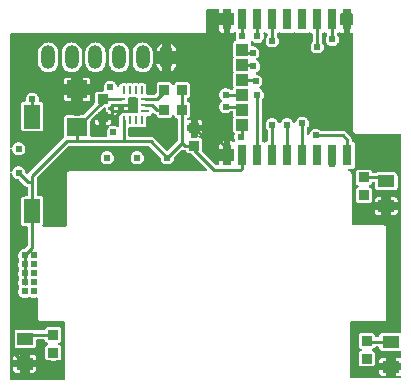
<source format=gtl>
G04 Layer: TopLayer*
G04 EasyEDA v6.5.40, 2024-06-15 16:39:10*
G04 e63031535b224d068feaf967c7116de5,10*
G04 Gerber Generator version 0.2*
G04 Scale: 100 percent, Rotated: No, Reflected: No *
G04 Dimensions in millimeters *
G04 leading zeros omitted , absolute positions ,4 integer and 5 decimal *
%FSLAX45Y45*%
%MOMM*%

%AMMACRO1*21,1,$1,$2,0,0,$3*%
%ADD10C,0.2540*%
%ADD11MACRO1,1.728X1.485X0.0000*%
%ADD12R,1.7280X1.4850*%
%ADD13R,1.3995X1.0000*%
%ADD14MACRO1,0.864X0.8065X0.0000*%
%ADD15R,0.8640X0.8065*%
%ADD16MACRO1,0.864X0.8065X90.0000*%
%ADD17R,1.3800X2.0000*%
%ADD18R,0.8000X1.8000*%
%ADD19R,1.0000X1.0000*%
%ADD20R,0.2800X0.6750*%
%ADD21R,0.6750X0.2800*%
%ADD22O,1.1999976X1.9999959999999999*%
%ADD23C,0.6200*%
%ADD24C,0.0142*%

%LPD*%
G36*
X8263178Y6528307D02*
G01*
X8259267Y6529070D01*
X8255965Y6531305D01*
X8253780Y6534556D01*
X8253018Y6538468D01*
X8253018Y6663334D01*
X8253780Y6667246D01*
X8255965Y6670548D01*
X8302752Y6717334D01*
X8306053Y6719519D01*
X8309965Y6720281D01*
X8328659Y6720281D01*
X8328659Y6738975D01*
X8329422Y6742887D01*
X8331606Y6746189D01*
X8360664Y6775196D01*
X8363966Y6777431D01*
X8367877Y6778193D01*
X8374380Y6778193D01*
X8378291Y6777431D01*
X8381593Y6775196D01*
X8383778Y6771944D01*
X8384540Y6768033D01*
X8384540Y6720281D01*
X8425688Y6720281D01*
X8425688Y6733540D01*
X8424976Y6739839D01*
X8423097Y6745325D01*
X8419998Y6750202D01*
X8415934Y6754317D01*
X8411006Y6757365D01*
X8404961Y6759498D01*
X8401405Y6761632D01*
X8398967Y6765036D01*
X8398154Y6769100D01*
X8398967Y6773164D01*
X8401405Y6776567D01*
X8404961Y6778701D01*
X8411006Y6780834D01*
X8415934Y6783882D01*
X8419998Y6787997D01*
X8423097Y6792874D01*
X8425281Y6799122D01*
X8427415Y6802678D01*
X8430818Y6805066D01*
X8434882Y6805930D01*
X8466378Y6805930D01*
X8469833Y6805320D01*
X8476183Y6804609D01*
X8542528Y6804609D01*
X8548878Y6805320D01*
X8554516Y6807301D01*
X8557869Y6807860D01*
X8568994Y6807962D01*
X8568283Y6814261D01*
X8567064Y6819493D01*
X8568283Y6824776D01*
X8568994Y6831075D01*
X8568994Y6850888D01*
X8569807Y6854799D01*
X8571992Y6858101D01*
X8575294Y6860286D01*
X8579154Y6861048D01*
X8599017Y6861048D01*
X8605367Y6861759D01*
X8610600Y6862978D01*
X8615832Y6861759D01*
X8622182Y6861048D01*
X8642045Y6861048D01*
X8645906Y6860286D01*
X8649208Y6858101D01*
X8651392Y6854799D01*
X8652205Y6850888D01*
X8652205Y6831075D01*
X8652916Y6824776D01*
X8654135Y6819493D01*
X8652916Y6814261D01*
X8652205Y6807962D01*
X8652205Y6781088D01*
X8652916Y6774738D01*
X8654135Y6769506D01*
X8652916Y6764274D01*
X8652205Y6757924D01*
X8652205Y6738112D01*
X8651392Y6734251D01*
X8649208Y6730949D01*
X8645906Y6728764D01*
X8642045Y6727952D01*
X8622182Y6727952D01*
X8615832Y6727240D01*
X8610600Y6726021D01*
X8605367Y6727240D01*
X8599017Y6727952D01*
X8579154Y6727952D01*
X8575141Y6728815D01*
X8571788Y6731152D01*
X8529828Y6731152D01*
X8526932Y6729018D01*
X8523427Y6728002D01*
X8515807Y6727240D01*
X8510371Y6725361D01*
X8505494Y6722262D01*
X8503462Y6720230D01*
X8500160Y6718046D01*
X8496300Y6717284D01*
X8492388Y6718046D01*
X8489086Y6720230D01*
X8486902Y6723532D01*
X8486140Y6727444D01*
X8486140Y6731152D01*
X8449716Y6731152D01*
X8450427Y6724751D01*
X8452307Y6719316D01*
X8455406Y6714388D01*
X8459470Y6710324D01*
X8464397Y6707225D01*
X8469833Y6705295D01*
X8476183Y6704584D01*
X8485530Y6704584D01*
X8489442Y6703822D01*
X8492693Y6701637D01*
X8494928Y6698335D01*
X8495690Y6694424D01*
X8495690Y6635140D01*
X8497011Y6625437D01*
X8497011Y6618478D01*
X8495995Y6614109D01*
X8493252Y6610603D01*
X8489289Y6608622D01*
X8484870Y6608470D01*
X8480806Y6610299D01*
X8475319Y6614312D01*
X8466683Y6618681D01*
X8457488Y6621475D01*
X8447938Y6622745D01*
X8438286Y6622288D01*
X8429548Y6620408D01*
X8425281Y6620408D01*
X8421370Y6622186D01*
X8418525Y6625386D01*
X8417255Y6629450D01*
X8417814Y6633667D01*
X8423097Y6642252D01*
X8424976Y6647688D01*
X8425688Y6654038D01*
X8425688Y6667246D01*
X8384540Y6667246D01*
X8384540Y6627520D01*
X8399221Y6627520D01*
X8402167Y6627875D01*
X8406384Y6627469D01*
X8410092Y6625336D01*
X8412581Y6621881D01*
X8413445Y6617716D01*
X8412530Y6613550D01*
X8409990Y6610146D01*
X8404453Y6605270D01*
X8398357Y6597751D01*
X8393684Y6589318D01*
X8390483Y6580225D01*
X8388858Y6570725D01*
X8388858Y6561074D01*
X8390483Y6551574D01*
X8393887Y6541871D01*
X8394446Y6538061D01*
X8393582Y6534302D01*
X8391347Y6531152D01*
X8388096Y6529019D01*
X8384336Y6528307D01*
G37*

%LPC*%
G36*
X8313978Y6627520D02*
G01*
X8328659Y6627520D01*
X8328659Y6667246D01*
X8287512Y6667246D01*
X8287512Y6654038D01*
X8288223Y6647688D01*
X8290102Y6642252D01*
X8293201Y6637324D01*
X8297265Y6633260D01*
X8302193Y6630162D01*
X8307628Y6628231D01*
G37*
G36*
X8532571Y6757873D02*
G01*
X8568994Y6757873D01*
X8568283Y6764274D01*
X8567064Y6769506D01*
X8568283Y6774738D01*
X8568994Y6781139D01*
X8532571Y6781139D01*
G37*
G36*
X8449716Y6757873D02*
G01*
X8486140Y6757873D01*
X8486140Y6781139D01*
X8449716Y6781139D01*
X8450427Y6774738D01*
X8451646Y6769506D01*
X8450427Y6764274D01*
G37*

%LPD*%
G36*
X8902700Y6408826D02*
G01*
X8898788Y6409588D01*
X8895537Y6411772D01*
X8790635Y6516624D01*
X8784437Y6521754D01*
X8777732Y6525310D01*
X8770518Y6527495D01*
X8762492Y6528307D01*
X8584387Y6528307D01*
X8580475Y6529070D01*
X8577173Y6531305D01*
X8574989Y6534556D01*
X8574227Y6538468D01*
X8574227Y6598513D01*
X8574989Y6602374D01*
X8577173Y6605676D01*
X8580475Y6607860D01*
X8584387Y6608673D01*
X8599017Y6608673D01*
X8605367Y6609384D01*
X8610600Y6610603D01*
X8615832Y6609384D01*
X8622182Y6608673D01*
X8649055Y6608673D01*
X8655354Y6609384D01*
X8660587Y6610603D01*
X8665870Y6609384D01*
X8672169Y6608673D01*
X8699042Y6608673D01*
X8705342Y6609384D01*
X8710828Y6611264D01*
X8715705Y6614363D01*
X8719820Y6618427D01*
X8722868Y6623354D01*
X8724798Y6628790D01*
X8725509Y6635140D01*
X8725509Y6694424D01*
X8726271Y6698335D01*
X8728506Y6701637D01*
X8731758Y6703822D01*
X8735669Y6704584D01*
X8745016Y6704584D01*
X8751366Y6705295D01*
X8756802Y6707225D01*
X8761730Y6710324D01*
X8765794Y6714388D01*
X8768892Y6719316D01*
X8770670Y6724497D01*
X8772652Y6727850D01*
X8775700Y6730187D01*
X8779459Y6731253D01*
X8783320Y6730796D01*
X8786723Y6728968D01*
X8792362Y6724345D01*
X8799068Y6720789D01*
X8805164Y6718909D01*
X8808669Y6717080D01*
X8811158Y6714083D01*
X8812326Y6710324D01*
X8812631Y6707428D01*
X8814562Y6701993D01*
X8817660Y6697065D01*
X8821724Y6693001D01*
X8826652Y6689902D01*
X8832088Y6688023D01*
X8838438Y6687312D01*
X8917940Y6687312D01*
X8924239Y6688023D01*
X8929725Y6689902D01*
X8934602Y6693001D01*
X8938717Y6697065D01*
X8941765Y6701993D01*
X8943898Y6708038D01*
X8946032Y6711594D01*
X8949436Y6714032D01*
X8953500Y6714845D01*
X8957564Y6714032D01*
X8960967Y6711594D01*
X8963101Y6708038D01*
X8965234Y6701993D01*
X8968282Y6697065D01*
X8972397Y6693001D01*
X8977274Y6689902D01*
X8983421Y6687769D01*
X8986977Y6685635D01*
X8989364Y6682231D01*
X8990228Y6678168D01*
X8990228Y6496354D01*
X8989466Y6492443D01*
X8987231Y6489141D01*
X8909862Y6411772D01*
X8906611Y6409588D01*
G37*

%LPD*%
G36*
X7716520Y6210300D02*
G01*
X7712811Y6211163D01*
X7709712Y6213297D01*
X7705090Y6217869D01*
X7703058Y6220815D01*
X7702143Y6224219D01*
X7701432Y6232601D01*
X7699044Y6241948D01*
X7695031Y6250736D01*
X7689646Y6258712D01*
X7682992Y6265672D01*
X7675219Y6271412D01*
X7666583Y6275781D01*
X7657388Y6278575D01*
X7647838Y6279845D01*
X7638186Y6279388D01*
X7628737Y6277356D01*
X7619796Y6273800D01*
X7611567Y6268720D01*
X7604353Y6262370D01*
X7598257Y6254851D01*
X7593584Y6246418D01*
X7590383Y6237325D01*
X7589875Y6234531D01*
X7588300Y6230569D01*
X7585202Y6227572D01*
X7581138Y6226149D01*
X7576870Y6226505D01*
X7573162Y6228638D01*
X7570622Y6232042D01*
X7569708Y6236258D01*
X7569708Y6412941D01*
X7570622Y6417157D01*
X7573162Y6420561D01*
X7576870Y6422694D01*
X7581138Y6423050D01*
X7585202Y6421628D01*
X7588300Y6418630D01*
X7589875Y6414668D01*
X7590383Y6411874D01*
X7593584Y6402781D01*
X7598257Y6394348D01*
X7604353Y6386830D01*
X7611567Y6380480D01*
X7619796Y6375400D01*
X7628737Y6371844D01*
X7638186Y6369812D01*
X7647838Y6369354D01*
X7657388Y6370624D01*
X7666583Y6373418D01*
X7675219Y6377787D01*
X7682992Y6383528D01*
X7689646Y6390487D01*
X7695031Y6398463D01*
X7699044Y6407251D01*
X7701432Y6416598D01*
X7702296Y6426200D01*
X7701432Y6435801D01*
X7699044Y6445148D01*
X7695031Y6453936D01*
X7689646Y6461912D01*
X7682992Y6468872D01*
X7675219Y6474612D01*
X7666583Y6478981D01*
X7657388Y6481775D01*
X7647838Y6483045D01*
X7638186Y6482588D01*
X7628737Y6480556D01*
X7619796Y6477000D01*
X7611567Y6471920D01*
X7604353Y6465570D01*
X7598257Y6458051D01*
X7593584Y6449618D01*
X7590383Y6440525D01*
X7589875Y6437731D01*
X7588300Y6433769D01*
X7585202Y6430772D01*
X7581138Y6429349D01*
X7576870Y6429705D01*
X7573162Y6431838D01*
X7570622Y6435242D01*
X7569708Y6439458D01*
X7569708Y7393431D01*
X7570470Y7397343D01*
X7572705Y7400594D01*
X7575956Y7402830D01*
X7579868Y7403592D01*
X9206890Y7403592D01*
X9213392Y7404404D01*
X9218930Y7406487D01*
X9224060Y7410043D01*
X9227108Y7413040D01*
X9229750Y7416647D01*
X9232239Y7422184D01*
X9233408Y7429652D01*
X9233408Y7596631D01*
X9234170Y7600543D01*
X9236405Y7603794D01*
X9239656Y7606030D01*
X9243568Y7606792D01*
X9334652Y7606792D01*
X9338513Y7606030D01*
X9341815Y7603794D01*
X9343999Y7600543D01*
X9344812Y7596631D01*
X9344812Y7573264D01*
X9384334Y7573264D01*
X9384334Y7596631D01*
X9385147Y7600543D01*
X9387332Y7603794D01*
X9390634Y7606030D01*
X9394494Y7606792D01*
X9426905Y7606792D01*
X9430766Y7606030D01*
X9434068Y7603794D01*
X9436303Y7600543D01*
X9437065Y7596631D01*
X9437065Y7573264D01*
X9461652Y7573264D01*
X9465513Y7572451D01*
X9468815Y7570266D01*
X9470999Y7566964D01*
X9471812Y7563103D01*
X9471812Y7480706D01*
X9470999Y7476845D01*
X9468815Y7473543D01*
X9465513Y7471308D01*
X9461652Y7470546D01*
X9437065Y7470546D01*
X9437065Y7405979D01*
X9450120Y7405979D01*
X9456470Y7406690D01*
X9461906Y7408621D01*
X9470339Y7414158D01*
X9474200Y7414920D01*
X9478060Y7414209D01*
X9481362Y7412024D01*
X9482683Y7410754D01*
X9484868Y7407605D01*
X9485731Y7403896D01*
X9485172Y7400086D01*
X9482683Y7393025D01*
X9481058Y7383525D01*
X9481058Y7373874D01*
X9482683Y7364374D01*
X9485884Y7355281D01*
X9486646Y7353858D01*
X9487916Y7349642D01*
X9487306Y7345273D01*
X9484868Y7341616D01*
X9481159Y7339330D01*
X9476486Y7337704D01*
X9471609Y7334605D01*
X9467494Y7330490D01*
X9464395Y7325614D01*
X9462516Y7320127D01*
X9461804Y7313828D01*
X9461804Y7214971D01*
X9462516Y7208621D01*
X9464040Y7204252D01*
X9464598Y7200900D01*
X9464040Y7197547D01*
X9462516Y7193127D01*
X9461804Y7186828D01*
X9461804Y7087971D01*
X9462516Y7081621D01*
X9464040Y7077252D01*
X9464598Y7073900D01*
X9464040Y7070547D01*
X9462516Y7066127D01*
X9461804Y7059828D01*
X9461804Y6960971D01*
X9462516Y6954621D01*
X9464040Y6950252D01*
X9464598Y6946900D01*
X9464040Y6943547D01*
X9462516Y6939229D01*
X9461754Y6931202D01*
X9460738Y6927596D01*
X9458452Y6924649D01*
X9455302Y6922668D01*
X9451644Y6922008D01*
X9443821Y6922008D01*
X9439859Y6922820D01*
X9427819Y6931812D01*
X9419183Y6936181D01*
X9409988Y6938975D01*
X9400438Y6940245D01*
X9390786Y6939788D01*
X9381337Y6937756D01*
X9372396Y6934200D01*
X9364167Y6929120D01*
X9356953Y6922770D01*
X9350857Y6915251D01*
X9346184Y6906818D01*
X9342983Y6897725D01*
X9341358Y6888225D01*
X9341358Y6878574D01*
X9342983Y6869074D01*
X9346184Y6859981D01*
X9350857Y6851548D01*
X9356953Y6844030D01*
X9361271Y6840220D01*
X9363811Y6836765D01*
X9364726Y6832600D01*
X9363811Y6828434D01*
X9361271Y6824980D01*
X9356953Y6821170D01*
X9350857Y6813651D01*
X9346184Y6805218D01*
X9342983Y6796125D01*
X9341358Y6786625D01*
X9341358Y6776974D01*
X9342983Y6767474D01*
X9346184Y6758381D01*
X9350857Y6749948D01*
X9356953Y6742430D01*
X9364167Y6736080D01*
X9372396Y6731000D01*
X9381337Y6727444D01*
X9390786Y6725412D01*
X9400438Y6724954D01*
X9409988Y6726224D01*
X9419183Y6729018D01*
X9427819Y6733387D01*
X9439859Y6742379D01*
X9443821Y6743192D01*
X9451644Y6743192D01*
X9455505Y6742430D01*
X9458807Y6740194D01*
X9461042Y6736943D01*
X9461804Y6733031D01*
X9461804Y6706971D01*
X9462516Y6700621D01*
X9464040Y6696252D01*
X9464598Y6692900D01*
X9464040Y6689547D01*
X9462516Y6685127D01*
X9461804Y6678828D01*
X9461804Y6579971D01*
X9462516Y6573621D01*
X9464395Y6568186D01*
X9467494Y6563258D01*
X9470288Y6560464D01*
X9472422Y6557314D01*
X9473285Y6553657D01*
X9472726Y6549898D01*
X9469983Y6542125D01*
X9468358Y6532626D01*
X9468358Y6522974D01*
X9469983Y6513474D01*
X9473184Y6504381D01*
X9476384Y6498640D01*
X9477654Y6494373D01*
X9476994Y6489954D01*
X9474504Y6486296D01*
X9470694Y6484010D01*
X9466275Y6483553D01*
X9456470Y6487109D01*
X9450120Y6487820D01*
X9437065Y6487820D01*
X9437065Y6423253D01*
X9461652Y6423253D01*
X9465513Y6422491D01*
X9468815Y6420256D01*
X9470999Y6416954D01*
X9471812Y6413093D01*
X9471812Y6330696D01*
X9470999Y6326835D01*
X9468815Y6323533D01*
X9465513Y6321298D01*
X9461652Y6320536D01*
X9437065Y6320536D01*
X9437065Y6297168D01*
X9436303Y6293256D01*
X9434068Y6290005D01*
X9430766Y6287770D01*
X9426905Y6287008D01*
X9394494Y6287008D01*
X9390634Y6287770D01*
X9387332Y6290005D01*
X9385147Y6293256D01*
X9384334Y6297168D01*
X9384334Y6320536D01*
X9344812Y6320536D01*
X9344812Y6297168D01*
X9343999Y6293256D01*
X9341815Y6290005D01*
X9338513Y6287770D01*
X9334652Y6287008D01*
X9316618Y6287008D01*
X9312706Y6287770D01*
X9309404Y6290005D01*
X9202470Y6396939D01*
X9200692Y6399377D01*
X9199676Y6402222D01*
X9199575Y6405270D01*
X9200388Y6412738D01*
X9200388Y6492240D01*
X9199676Y6498539D01*
X9197797Y6504025D01*
X9194698Y6508902D01*
X9190634Y6513017D01*
X9185706Y6516065D01*
X9179661Y6518198D01*
X9176105Y6520332D01*
X9173667Y6523735D01*
X9172854Y6527800D01*
X9173667Y6531864D01*
X9176105Y6535267D01*
X9179661Y6537401D01*
X9185706Y6539534D01*
X9190634Y6542582D01*
X9194698Y6546697D01*
X9197797Y6551574D01*
X9199676Y6557060D01*
X9200388Y6563359D01*
X9200388Y6576618D01*
X9159240Y6576618D01*
X9159240Y6528866D01*
X9158478Y6524955D01*
X9156293Y6521704D01*
X9152991Y6519468D01*
X9149080Y6518706D01*
X9113520Y6518706D01*
X9109608Y6519468D01*
X9106306Y6521704D01*
X9104122Y6524955D01*
X9103360Y6528866D01*
X9103360Y6576618D01*
X9077604Y6576618D01*
X9073692Y6577380D01*
X9070441Y6579565D01*
X9068206Y6582867D01*
X9067444Y6586778D01*
X9067444Y6619494D01*
X9068206Y6623354D01*
X9070441Y6626656D01*
X9073692Y6628841D01*
X9077604Y6629653D01*
X9103360Y6629653D01*
X9103360Y6669379D01*
X9088678Y6669379D01*
X9079331Y6668160D01*
X9075064Y6668363D01*
X9071203Y6670294D01*
X9068511Y6673646D01*
X9067444Y6677761D01*
X9068206Y6681978D01*
X9070594Y6685534D01*
X9074251Y6687769D01*
X9080347Y6689902D01*
X9085275Y6693001D01*
X9089339Y6697065D01*
X9092438Y6701993D01*
X9094368Y6707428D01*
X9095079Y6713778D01*
X9095079Y6799021D01*
X9094368Y6805371D01*
X9092438Y6810806D01*
X9089339Y6815734D01*
X9085275Y6819798D01*
X9080347Y6822897D01*
X9074251Y6825030D01*
X9070695Y6827164D01*
X9068308Y6830568D01*
X9067444Y6834631D01*
X9067444Y6843268D01*
X9068308Y6847331D01*
X9070695Y6850735D01*
X9074251Y6852869D01*
X9080347Y6855002D01*
X9085275Y6858101D01*
X9089339Y6862165D01*
X9092438Y6867093D01*
X9094368Y6872528D01*
X9095079Y6878878D01*
X9095079Y6964121D01*
X9094368Y6970471D01*
X9092438Y6975906D01*
X9089339Y6980834D01*
X9085275Y6984898D01*
X9080347Y6987997D01*
X9074912Y6989876D01*
X9068562Y6990588D01*
X8989060Y6990588D01*
X8982760Y6989876D01*
X8977274Y6987997D01*
X8972397Y6984898D01*
X8968282Y6980834D01*
X8965234Y6975906D01*
X8963101Y6969861D01*
X8960967Y6966305D01*
X8957564Y6963867D01*
X8953500Y6963054D01*
X8949436Y6963867D01*
X8946032Y6966305D01*
X8943898Y6969861D01*
X8941765Y6975906D01*
X8938717Y6980834D01*
X8934602Y6984898D01*
X8929725Y6987997D01*
X8924239Y6989876D01*
X8917940Y6990588D01*
X8838438Y6990588D01*
X8832088Y6989876D01*
X8826652Y6987997D01*
X8821724Y6984898D01*
X8817660Y6980834D01*
X8814562Y6975906D01*
X8812631Y6970471D01*
X8811920Y6964121D01*
X8811920Y6901434D01*
X8811158Y6897573D01*
X8808974Y6894271D01*
X8800795Y6886092D01*
X8797493Y6883857D01*
X8793581Y6883095D01*
X8754821Y6883095D01*
X8751366Y6883704D01*
X8745016Y6884416D01*
X8735669Y6884416D01*
X8731758Y6885178D01*
X8728506Y6887413D01*
X8726271Y6890715D01*
X8725509Y6894575D01*
X8725509Y6953910D01*
X8724798Y6960209D01*
X8722868Y6965696D01*
X8719820Y6970572D01*
X8715705Y6974687D01*
X8710828Y6977735D01*
X8705342Y6979666D01*
X8699042Y6980377D01*
X8672169Y6980377D01*
X8665870Y6979666D01*
X8660587Y6978446D01*
X8655354Y6979666D01*
X8649055Y6980377D01*
X8622182Y6980377D01*
X8615832Y6979666D01*
X8610600Y6978446D01*
X8605367Y6979666D01*
X8599017Y6980377D01*
X8572144Y6980377D01*
X8565845Y6979666D01*
X8560612Y6978446D01*
X8555329Y6979666D01*
X8549030Y6980377D01*
X8522157Y6980377D01*
X8515858Y6979666D01*
X8510371Y6977735D01*
X8505494Y6974687D01*
X8501380Y6970572D01*
X8498332Y6965696D01*
X8496401Y6960209D01*
X8496147Y6957771D01*
X8494928Y6953961D01*
X8492286Y6950913D01*
X8488730Y6949084D01*
X8484768Y6948830D01*
X8480958Y6950100D01*
X8477961Y6952742D01*
X8476183Y6956348D01*
X8473744Y6965848D01*
X8469731Y6974636D01*
X8464346Y6982612D01*
X8457692Y6989572D01*
X8449919Y6995312D01*
X8441283Y6999681D01*
X8432088Y7002475D01*
X8422538Y7003745D01*
X8412886Y7003288D01*
X8403437Y7001256D01*
X8394496Y6997700D01*
X8386267Y6992620D01*
X8379053Y6986270D01*
X8372957Y6978751D01*
X8368284Y6970318D01*
X8365083Y6961225D01*
X8363458Y6951725D01*
X8363458Y6942074D01*
X8365083Y6932574D01*
X8368030Y6924192D01*
X8368588Y6920382D01*
X8367674Y6916623D01*
X8365490Y6913473D01*
X8362238Y6911390D01*
X8358428Y6910679D01*
X8313978Y6910679D01*
X8307628Y6909968D01*
X8302193Y6908038D01*
X8297265Y6904939D01*
X8293201Y6900875D01*
X8290102Y6895947D01*
X8288223Y6890512D01*
X8287512Y6884162D01*
X8287512Y6815429D01*
X8286699Y6811568D01*
X8284514Y6808266D01*
X8189264Y6712966D01*
X8185962Y6710781D01*
X8182051Y6710019D01*
X8054848Y6710019D01*
X8048548Y6709308D01*
X8043062Y6707378D01*
X8038185Y6704330D01*
X8034070Y6700215D01*
X8031022Y6695338D01*
X8029092Y6689852D01*
X8028381Y6683552D01*
X8028381Y6536181D01*
X8029803Y6525412D01*
X8028686Y6521450D01*
X8026095Y6518249D01*
X8024164Y6516624D01*
X7732775Y6225235D01*
X7727645Y6219037D01*
X7725867Y6215684D01*
X7723479Y6212738D01*
X7720228Y6210858D01*
G37*

%LPC*%
G36*
X9344812Y6423253D02*
G01*
X9384334Y6423253D01*
X9384334Y6487820D01*
X9371279Y6487820D01*
X9364929Y6487109D01*
X9359493Y6485178D01*
X9354616Y6482080D01*
X9350502Y6478016D01*
X9347403Y6473088D01*
X9345523Y6467652D01*
X9344812Y6461353D01*
G37*
G36*
X7691272Y6573266D02*
G01*
X7828127Y6573266D01*
X7834426Y6574028D01*
X7839913Y6575907D01*
X7844790Y6579006D01*
X7848904Y6583070D01*
X7852003Y6587998D01*
X7853883Y6593433D01*
X7854594Y6599783D01*
X7854594Y6798614D01*
X7853883Y6804964D01*
X7852003Y6810400D01*
X7848904Y6815328D01*
X7844790Y6819392D01*
X7839913Y6822490D01*
X7834426Y6824370D01*
X7828127Y6825081D01*
X7825994Y6825081D01*
X7821879Y6825945D01*
X7818475Y6828383D01*
X7816342Y6831990D01*
X7815834Y6836105D01*
X7816596Y6844538D01*
X7815732Y6854139D01*
X7813344Y6863486D01*
X7809331Y6872274D01*
X7803946Y6880250D01*
X7797292Y6887209D01*
X7789519Y6892950D01*
X7780883Y6897319D01*
X7771688Y6900113D01*
X7762138Y6901383D01*
X7752486Y6900925D01*
X7743037Y6898894D01*
X7734096Y6895338D01*
X7725867Y6890258D01*
X7718653Y6883908D01*
X7712557Y6876389D01*
X7707884Y6867956D01*
X7704683Y6858863D01*
X7703058Y6849364D01*
X7703058Y6839712D01*
X7703515Y6836968D01*
X7703312Y6832600D01*
X7701280Y6828739D01*
X7697774Y6826046D01*
X7693507Y6825081D01*
X7691272Y6825081D01*
X7684973Y6824370D01*
X7679486Y6822490D01*
X7674609Y6819392D01*
X7670495Y6815328D01*
X7667396Y6810400D01*
X7665516Y6804964D01*
X7664805Y6798614D01*
X7664805Y6599783D01*
X7665516Y6593433D01*
X7667396Y6587998D01*
X7670495Y6583070D01*
X7674609Y6579006D01*
X7679486Y6575907D01*
X7684973Y6574028D01*
G37*
G36*
X9159240Y6629653D02*
G01*
X9200388Y6629653D01*
X9200388Y6642862D01*
X9199676Y6649212D01*
X9197797Y6654647D01*
X9194698Y6659575D01*
X9190634Y6663639D01*
X9185706Y6666738D01*
X9180271Y6668668D01*
X9173921Y6669379D01*
X9159240Y6669379D01*
G37*
G36*
X8054848Y6828180D02*
G01*
X8091170Y6828180D01*
X8091170Y6884873D01*
X8028381Y6884873D01*
X8028381Y6854647D01*
X8029092Y6848348D01*
X8031022Y6842861D01*
X8034070Y6837984D01*
X8038185Y6833870D01*
X8043062Y6830822D01*
X8048548Y6828891D01*
G37*
G36*
X8190230Y6828180D02*
G01*
X8226552Y6828180D01*
X8232851Y6828891D01*
X8238337Y6830822D01*
X8243214Y6833870D01*
X8247329Y6837984D01*
X8250377Y6842861D01*
X8252307Y6848348D01*
X8253018Y6854647D01*
X8253018Y6884873D01*
X8190230Y6884873D01*
G37*
G36*
X8028381Y6971842D02*
G01*
X8091170Y6971842D01*
X8091170Y7028484D01*
X8054848Y7028484D01*
X8048548Y7027773D01*
X8043062Y7025894D01*
X8038185Y7022795D01*
X8034070Y7018731D01*
X8031022Y7013803D01*
X8029092Y7008368D01*
X8028381Y7002018D01*
G37*
G36*
X8190230Y6971842D02*
G01*
X8253018Y6971842D01*
X8253018Y7002018D01*
X8252307Y7008368D01*
X8250377Y7013803D01*
X8247329Y7018731D01*
X8243214Y7022795D01*
X8238337Y7025894D01*
X8232851Y7027773D01*
X8226552Y7028484D01*
X8190230Y7028484D01*
G37*
G36*
X8694724Y7075017D02*
G01*
X8706916Y7075881D01*
X8718905Y7078472D01*
X8730386Y7082790D01*
X8741156Y7088631D01*
X8750960Y7095998D01*
X8759596Y7104634D01*
X8766962Y7114489D01*
X8772804Y7125208D01*
X8777122Y7136688D01*
X8779713Y7148677D01*
X8780627Y7161275D01*
X8780627Y7240524D01*
X8779713Y7253122D01*
X8777122Y7265111D01*
X8772804Y7276592D01*
X8766962Y7287310D01*
X8759596Y7297115D01*
X8750960Y7305802D01*
X8741156Y7313168D01*
X8730386Y7319009D01*
X8718905Y7323328D01*
X8706916Y7325918D01*
X8694724Y7326782D01*
X8682482Y7325918D01*
X8670493Y7323328D01*
X8659012Y7319009D01*
X8648293Y7313168D01*
X8638438Y7305802D01*
X8629802Y7297115D01*
X8622436Y7287310D01*
X8616594Y7276592D01*
X8612276Y7265111D01*
X8609685Y7253122D01*
X8608771Y7240524D01*
X8608771Y7161275D01*
X8609685Y7148677D01*
X8612276Y7136688D01*
X8616594Y7125208D01*
X8622436Y7114489D01*
X8629802Y7104634D01*
X8638438Y7095998D01*
X8648293Y7088631D01*
X8659012Y7082790D01*
X8670493Y7078472D01*
X8682482Y7075881D01*
G37*
G36*
X7894675Y7075017D02*
G01*
X7906918Y7075881D01*
X7918907Y7078472D01*
X7930388Y7082790D01*
X7941106Y7088631D01*
X7950962Y7095998D01*
X7959598Y7104634D01*
X7966964Y7114489D01*
X7972806Y7125208D01*
X7977124Y7136688D01*
X7979714Y7148677D01*
X7980629Y7161275D01*
X7980629Y7240524D01*
X7979714Y7253122D01*
X7977124Y7265111D01*
X7972806Y7276592D01*
X7966964Y7287310D01*
X7959598Y7297115D01*
X7950962Y7305802D01*
X7941106Y7313168D01*
X7930388Y7319009D01*
X7918907Y7323328D01*
X7906918Y7325918D01*
X7894675Y7326782D01*
X7882483Y7325918D01*
X7870494Y7323328D01*
X7859014Y7319009D01*
X7848244Y7313168D01*
X7838440Y7305802D01*
X7829803Y7297115D01*
X7822438Y7287310D01*
X7816596Y7276592D01*
X7812278Y7265111D01*
X7809687Y7253122D01*
X7808772Y7240524D01*
X7808772Y7161275D01*
X7809687Y7148677D01*
X7812278Y7136688D01*
X7816596Y7125208D01*
X7822438Y7114489D01*
X7829803Y7104634D01*
X7838440Y7095998D01*
X7848244Y7088631D01*
X7859014Y7082790D01*
X7870494Y7078472D01*
X7882483Y7075881D01*
G37*
G36*
X8494725Y7075017D02*
G01*
X8506917Y7075881D01*
X8518906Y7078472D01*
X8530386Y7082790D01*
X8541156Y7088631D01*
X8550960Y7095998D01*
X8559596Y7104634D01*
X8566962Y7114489D01*
X8572804Y7125208D01*
X8577122Y7136688D01*
X8579713Y7148677D01*
X8580628Y7161275D01*
X8580628Y7240524D01*
X8579713Y7253122D01*
X8577122Y7265111D01*
X8572804Y7276592D01*
X8566962Y7287310D01*
X8559596Y7297115D01*
X8550960Y7305802D01*
X8541156Y7313168D01*
X8530386Y7319009D01*
X8518906Y7323328D01*
X8506917Y7325918D01*
X8494725Y7326782D01*
X8482482Y7325918D01*
X8470493Y7323328D01*
X8459012Y7319009D01*
X8448294Y7313168D01*
X8438438Y7305802D01*
X8429802Y7297115D01*
X8422436Y7287310D01*
X8416594Y7276592D01*
X8412276Y7265111D01*
X8409686Y7253122D01*
X8408771Y7240524D01*
X8408771Y7161275D01*
X8409686Y7148677D01*
X8412276Y7136688D01*
X8416594Y7125208D01*
X8422436Y7114489D01*
X8429802Y7104634D01*
X8438438Y7095998D01*
X8448294Y7088631D01*
X8459012Y7082790D01*
X8470493Y7078472D01*
X8482482Y7075881D01*
G37*
G36*
X8094675Y7075017D02*
G01*
X8106918Y7075881D01*
X8118906Y7078472D01*
X8130387Y7082790D01*
X8141106Y7088631D01*
X8150961Y7095998D01*
X8159597Y7104634D01*
X8166963Y7114489D01*
X8172805Y7125208D01*
X8177123Y7136688D01*
X8179714Y7148677D01*
X8180628Y7161275D01*
X8180628Y7240524D01*
X8179714Y7253122D01*
X8177123Y7265111D01*
X8172805Y7276592D01*
X8166963Y7287310D01*
X8159597Y7297115D01*
X8150961Y7305802D01*
X8141106Y7313168D01*
X8130387Y7319009D01*
X8118906Y7323328D01*
X8106918Y7325918D01*
X8094675Y7326782D01*
X8082483Y7325918D01*
X8070494Y7323328D01*
X8059013Y7319009D01*
X8048244Y7313168D01*
X8038439Y7305802D01*
X8029803Y7297115D01*
X8022437Y7287310D01*
X8016595Y7276592D01*
X8012277Y7265111D01*
X8009686Y7253122D01*
X8008772Y7240524D01*
X8008772Y7161275D01*
X8009686Y7148677D01*
X8012277Y7136688D01*
X8016595Y7125208D01*
X8022437Y7114489D01*
X8029803Y7104634D01*
X8038439Y7095998D01*
X8048244Y7088631D01*
X8059013Y7082790D01*
X8070494Y7078472D01*
X8082483Y7075881D01*
G37*
G36*
X8294725Y7075017D02*
G01*
X8306917Y7075881D01*
X8318906Y7078472D01*
X8330387Y7082790D01*
X8341156Y7088631D01*
X8350961Y7095998D01*
X8359597Y7104634D01*
X8366963Y7114489D01*
X8372805Y7125208D01*
X8377123Y7136688D01*
X8379714Y7148677D01*
X8380628Y7161275D01*
X8380628Y7240524D01*
X8379714Y7253122D01*
X8377123Y7265111D01*
X8372805Y7276592D01*
X8366963Y7287310D01*
X8359597Y7297115D01*
X8350961Y7305802D01*
X8341156Y7313168D01*
X8330387Y7319009D01*
X8318906Y7323328D01*
X8306917Y7325918D01*
X8294725Y7326782D01*
X8282482Y7325918D01*
X8270494Y7323328D01*
X8259013Y7319009D01*
X8248294Y7313168D01*
X8238439Y7305802D01*
X8229803Y7297115D01*
X8222437Y7287310D01*
X8216595Y7276592D01*
X8212277Y7265111D01*
X8209686Y7253122D01*
X8208772Y7240524D01*
X8208772Y7161275D01*
X8209686Y7148677D01*
X8212277Y7136688D01*
X8216595Y7125208D01*
X8222437Y7114489D01*
X8229803Y7104634D01*
X8238439Y7095998D01*
X8248294Y7088631D01*
X8259013Y7082790D01*
X8270494Y7078472D01*
X8282482Y7075881D01*
G37*
G36*
X8858351Y7083145D02*
G01*
X8858351Y7144562D01*
X8810599Y7144562D01*
X8812276Y7136688D01*
X8816594Y7125208D01*
X8822436Y7114489D01*
X8829802Y7104634D01*
X8838438Y7095998D01*
X8848293Y7088631D01*
G37*
G36*
X8931046Y7083145D02*
G01*
X8941155Y7088631D01*
X8950960Y7095998D01*
X8959596Y7104634D01*
X8966962Y7114489D01*
X8972804Y7125208D01*
X8977122Y7136688D01*
X8978798Y7144562D01*
X8931046Y7144562D01*
G37*
G36*
X8810599Y7257237D02*
G01*
X8858351Y7257237D01*
X8858351Y7318654D01*
X8848293Y7313168D01*
X8838438Y7305802D01*
X8829802Y7297115D01*
X8822436Y7287310D01*
X8816594Y7276592D01*
X8812276Y7265111D01*
G37*
G36*
X8931046Y7257237D02*
G01*
X8978798Y7257237D01*
X8977122Y7265111D01*
X8972804Y7276592D01*
X8966962Y7287310D01*
X8959596Y7297115D01*
X8950960Y7305802D01*
X8941155Y7313168D01*
X8931046Y7318654D01*
G37*
G36*
X9371279Y7405979D02*
G01*
X9384334Y7405979D01*
X9384334Y7470546D01*
X9344812Y7470546D01*
X9344812Y7432446D01*
X9345523Y7426147D01*
X9347403Y7420711D01*
X9350502Y7415784D01*
X9354616Y7411720D01*
X9359493Y7408621D01*
X9364929Y7406690D01*
G37*

%LPD*%
G36*
X7856677Y5766308D02*
G01*
X7852460Y5767222D01*
X7848955Y5769813D01*
X7846923Y5773623D01*
X7846618Y5777890D01*
X7848092Y5781954D01*
X7852003Y5788050D01*
X7853883Y5793435D01*
X7854594Y5799785D01*
X7854594Y5998616D01*
X7853883Y6004966D01*
X7852003Y6010402D01*
X7848904Y6015329D01*
X7844790Y6019393D01*
X7839913Y6022492D01*
X7834426Y6024372D01*
X7828127Y6025083D01*
X7808468Y6025083D01*
X7804556Y6025896D01*
X7801305Y6028080D01*
X7799070Y6031382D01*
X7798308Y6035243D01*
X7798308Y6177381D01*
X7799070Y6181293D01*
X7801305Y6184595D01*
X8064804Y6448094D01*
X8068106Y6450330D01*
X8072018Y6451092D01*
X8742781Y6451092D01*
X8746693Y6450330D01*
X8749995Y6448094D01*
X8843060Y6355029D01*
X8845245Y6351727D01*
X8846058Y6347866D01*
X8846058Y6345174D01*
X8847683Y6335674D01*
X8850884Y6326581D01*
X8855557Y6318148D01*
X8861653Y6310630D01*
X8868867Y6304280D01*
X8877096Y6299200D01*
X8886037Y6295644D01*
X8895486Y6293612D01*
X8905138Y6293154D01*
X8914688Y6294424D01*
X8923883Y6297218D01*
X8932519Y6301587D01*
X8940292Y6307328D01*
X8946946Y6314287D01*
X8952331Y6322263D01*
X8956344Y6331051D01*
X8958732Y6340398D01*
X8959443Y6348780D01*
X8960358Y6352184D01*
X8962390Y6355130D01*
X9023553Y6416243D01*
X9027160Y6418580D01*
X9031427Y6419189D01*
X9035542Y6418021D01*
X9037777Y6416852D01*
X9044940Y6414668D01*
X9054033Y6413804D01*
X9057741Y6412738D01*
X9060738Y6410350D01*
X9062669Y6407048D01*
X9064802Y6400952D01*
X9067901Y6396024D01*
X9071965Y6391960D01*
X9076893Y6388862D01*
X9082328Y6386931D01*
X9088678Y6386220D01*
X9099753Y6386220D01*
X9103614Y6385458D01*
X9106916Y6383274D01*
X9236659Y6253530D01*
X9238843Y6250279D01*
X9239605Y6246368D01*
X9238843Y6242456D01*
X9236659Y6239205D01*
X9233357Y6236970D01*
X9229445Y6236208D01*
X8077809Y6236208D01*
X8071307Y6235395D01*
X8065770Y6233312D01*
X8060639Y6229756D01*
X8057591Y6226759D01*
X8054949Y6223152D01*
X8052460Y6217615D01*
X8051292Y6210147D01*
X8051292Y5776468D01*
X8050530Y5772556D01*
X8048294Y5769305D01*
X8045043Y5767070D01*
X8041131Y5766308D01*
G37*

%LPC*%
G36*
X8651138Y6293154D02*
G01*
X8660688Y6294424D01*
X8669883Y6297218D01*
X8678519Y6301587D01*
X8686292Y6307328D01*
X8692946Y6314287D01*
X8698331Y6322263D01*
X8702344Y6331051D01*
X8704732Y6340398D01*
X8705596Y6350000D01*
X8704732Y6359601D01*
X8702344Y6368948D01*
X8698331Y6377736D01*
X8692946Y6385712D01*
X8686292Y6392672D01*
X8678519Y6398412D01*
X8669883Y6402781D01*
X8660688Y6405575D01*
X8651138Y6406845D01*
X8641486Y6406388D01*
X8632037Y6404356D01*
X8623096Y6400800D01*
X8614867Y6395720D01*
X8607653Y6389370D01*
X8601557Y6381851D01*
X8596884Y6373418D01*
X8593683Y6364325D01*
X8592058Y6354826D01*
X8592058Y6345174D01*
X8593683Y6335674D01*
X8596884Y6326581D01*
X8601557Y6318148D01*
X8607653Y6310630D01*
X8614867Y6304280D01*
X8623096Y6299200D01*
X8632037Y6295644D01*
X8641486Y6293612D01*
G37*
G36*
X8397138Y6293154D02*
G01*
X8406688Y6294424D01*
X8415883Y6297218D01*
X8424519Y6301587D01*
X8432292Y6307328D01*
X8438946Y6314287D01*
X8444331Y6322263D01*
X8448344Y6331051D01*
X8450732Y6340398D01*
X8451596Y6350000D01*
X8450732Y6359601D01*
X8448344Y6368948D01*
X8444331Y6377736D01*
X8438946Y6385712D01*
X8432292Y6392672D01*
X8424519Y6398412D01*
X8415883Y6402781D01*
X8406688Y6405575D01*
X8397138Y6406845D01*
X8387486Y6406388D01*
X8378037Y6404356D01*
X8369096Y6400800D01*
X8360867Y6395720D01*
X8353653Y6389370D01*
X8347557Y6381851D01*
X8342884Y6373418D01*
X8339683Y6364325D01*
X8338058Y6354826D01*
X8338058Y6345174D01*
X8339683Y6335674D01*
X8342884Y6326581D01*
X8347557Y6318148D01*
X8353653Y6310630D01*
X8360867Y6304280D01*
X8369096Y6299200D01*
X8378037Y6295644D01*
X8387486Y6293612D01*
G37*

%LPD*%
G36*
X10462768Y4483608D02*
G01*
X10458856Y4484370D01*
X10455605Y4486605D01*
X10453370Y4489856D01*
X10452608Y4493768D01*
X10452608Y4955032D01*
X10453370Y4958943D01*
X10455605Y4962194D01*
X10458856Y4964430D01*
X10462768Y4965192D01*
X10730890Y4965192D01*
X10737392Y4966004D01*
X10742930Y4968087D01*
X10748060Y4971643D01*
X10751108Y4974640D01*
X10753750Y4978247D01*
X10756239Y4983784D01*
X10757408Y4991252D01*
X10757408Y5752490D01*
X10756595Y5758992D01*
X10754512Y5764530D01*
X10750956Y5769660D01*
X10747959Y5772708D01*
X10744352Y5775350D01*
X10738815Y5777839D01*
X10731347Y5779008D01*
X10475468Y5779008D01*
X10471556Y5779770D01*
X10468305Y5782005D01*
X10466070Y5785256D01*
X10465308Y5789168D01*
X10465308Y6209690D01*
X10464495Y6216192D01*
X10462412Y6221730D01*
X10458856Y6226860D01*
X10455859Y6229908D01*
X10452252Y6232550D01*
X10446715Y6235039D01*
X10442244Y6235852D01*
X10438282Y6237478D01*
X10435386Y6240576D01*
X10434015Y6244590D01*
X10434370Y6248857D01*
X10436453Y6252565D01*
X10439908Y6255105D01*
X10444073Y6255969D01*
X10466120Y6255969D01*
X10472470Y6256680D01*
X10477906Y6258610D01*
X10482834Y6261709D01*
X10486898Y6265773D01*
X10489996Y6270701D01*
X10491876Y6276136D01*
X10492638Y6282486D01*
X10492638Y6461353D01*
X10491876Y6467652D01*
X10489996Y6473088D01*
X10486898Y6478016D01*
X10482834Y6482080D01*
X10477906Y6485178D01*
X10472115Y6487210D01*
X10468559Y6489344D01*
X10466171Y6492748D01*
X10465308Y6496812D01*
X10465308Y6501892D01*
X10464495Y6509918D01*
X10462310Y6517131D01*
X10458754Y6523837D01*
X10453624Y6530035D01*
X10416235Y6567424D01*
X10410037Y6572554D01*
X10403332Y6576110D01*
X10396118Y6578295D01*
X10388092Y6579108D01*
X10205821Y6579108D01*
X10201859Y6579920D01*
X10189819Y6588912D01*
X10181183Y6593281D01*
X10171988Y6596075D01*
X10162438Y6597345D01*
X10152786Y6596888D01*
X10143337Y6594856D01*
X10134396Y6591300D01*
X10126167Y6586220D01*
X10118953Y6579870D01*
X10112857Y6572351D01*
X10108184Y6563918D01*
X10104983Y6554825D01*
X10104475Y6552031D01*
X10102900Y6548069D01*
X10099802Y6545072D01*
X10095738Y6543649D01*
X10091470Y6544005D01*
X10087762Y6546138D01*
X10085222Y6549542D01*
X10084308Y6553758D01*
X10084308Y6596380D01*
X10085019Y6600190D01*
X10087152Y6603441D01*
X10089946Y6606387D01*
X10095331Y6614363D01*
X10099344Y6623151D01*
X10101732Y6632498D01*
X10102596Y6642100D01*
X10101732Y6651701D01*
X10099344Y6661048D01*
X10095331Y6669836D01*
X10089946Y6677812D01*
X10083292Y6684772D01*
X10075519Y6690512D01*
X10066883Y6694881D01*
X10057688Y6697675D01*
X10048138Y6698945D01*
X10038486Y6698488D01*
X10029037Y6696456D01*
X10020096Y6692900D01*
X10011867Y6687820D01*
X10004653Y6681470D01*
X9998557Y6673951D01*
X9993884Y6665518D01*
X9990683Y6656425D01*
X9990226Y6653834D01*
X9988600Y6649872D01*
X9985552Y6646925D01*
X9981488Y6645503D01*
X9977221Y6645859D01*
X9973513Y6647942D01*
X9970973Y6651396D01*
X9968331Y6657136D01*
X9962946Y6665112D01*
X9956292Y6672072D01*
X9948519Y6677812D01*
X9939883Y6682181D01*
X9930688Y6684975D01*
X9921138Y6686245D01*
X9911486Y6685788D01*
X9902037Y6683756D01*
X9893096Y6680200D01*
X9884867Y6675120D01*
X9877653Y6668770D01*
X9871557Y6661251D01*
X9866884Y6652818D01*
X9864852Y6647078D01*
X9862616Y6643420D01*
X9859060Y6641033D01*
X9854844Y6640322D01*
X9850678Y6641388D01*
X9847376Y6644081D01*
X9841331Y6657136D01*
X9835946Y6665112D01*
X9829292Y6672072D01*
X9821519Y6677812D01*
X9812883Y6682181D01*
X9803688Y6684975D01*
X9794138Y6686245D01*
X9784486Y6685788D01*
X9775037Y6683756D01*
X9766096Y6680200D01*
X9757867Y6675120D01*
X9750653Y6668770D01*
X9744557Y6661251D01*
X9739884Y6652818D01*
X9736683Y6643725D01*
X9735058Y6634225D01*
X9735058Y6624574D01*
X9736683Y6615074D01*
X9739884Y6605981D01*
X9744557Y6597548D01*
X9750856Y6589826D01*
X9752533Y6586829D01*
X9753092Y6583425D01*
X9753092Y6496812D01*
X9752228Y6492748D01*
X9749840Y6489344D01*
X9746284Y6487210D01*
X9740493Y6485178D01*
X9732111Y6479692D01*
X9728200Y6478930D01*
X9724339Y6479692D01*
X9715906Y6485178D01*
X9710115Y6487210D01*
X9706559Y6489344D01*
X9704171Y6492748D01*
X9703308Y6496812D01*
X9703308Y6837680D01*
X9704019Y6841490D01*
X9706152Y6844741D01*
X9708946Y6847687D01*
X9714331Y6855663D01*
X9718344Y6864451D01*
X9720732Y6873798D01*
X9721596Y6883400D01*
X9720732Y6893001D01*
X9718344Y6902348D01*
X9714331Y6911136D01*
X9708946Y6919112D01*
X9702292Y6926072D01*
X9694519Y6931812D01*
X9687661Y6935266D01*
X9684461Y6937857D01*
X9682530Y6941464D01*
X9682175Y6945579D01*
X9683445Y6949440D01*
X9686188Y6952538D01*
X9689592Y6955028D01*
X9696246Y6961987D01*
X9701631Y6969963D01*
X9705644Y6978751D01*
X9708032Y6988098D01*
X9708896Y6997700D01*
X9708032Y7007301D01*
X9705644Y7016648D01*
X9701631Y7025436D01*
X9696246Y7033412D01*
X9689592Y7040372D01*
X9681819Y7046112D01*
X9673183Y7050481D01*
X9663988Y7053275D01*
X9659061Y7053935D01*
X9655048Y7055358D01*
X9651949Y7058304D01*
X9650374Y7062266D01*
X9650526Y7066584D01*
X9652457Y7070394D01*
X9655810Y7073087D01*
X9662109Y7076287D01*
X9669881Y7082028D01*
X9676587Y7088987D01*
X9681972Y7096963D01*
X9685934Y7105751D01*
X9688372Y7115098D01*
X9689185Y7124700D01*
X9688372Y7134301D01*
X9685934Y7143648D01*
X9681972Y7152436D01*
X9676587Y7160412D01*
X9669881Y7167372D01*
X9662109Y7173112D01*
X9659467Y7174484D01*
X9656216Y7177024D01*
X9654286Y7180681D01*
X9653930Y7184745D01*
X9655251Y7188657D01*
X9657994Y7191705D01*
X9664192Y7196328D01*
X9670846Y7203287D01*
X9676231Y7211263D01*
X9680244Y7220051D01*
X9682632Y7229398D01*
X9683496Y7239000D01*
X9682632Y7248601D01*
X9680244Y7257948D01*
X9676231Y7266736D01*
X9670846Y7274712D01*
X9664192Y7281672D01*
X9656419Y7287412D01*
X9647783Y7291781D01*
X9638588Y7294575D01*
X9629038Y7295845D01*
X9624212Y7295591D01*
X9620199Y7296251D01*
X9616744Y7298436D01*
X9614408Y7301788D01*
X9613595Y7305751D01*
X9613595Y7313828D01*
X9612884Y7320127D01*
X9611207Y7324953D01*
X9610699Y7329322D01*
X9612071Y7333538D01*
X9615119Y7336739D01*
X9619234Y7338364D01*
X9623653Y7338059D01*
X9627514Y7335926D01*
X9630867Y7332980D01*
X9639096Y7327900D01*
X9648037Y7324344D01*
X9657486Y7322312D01*
X9667138Y7321854D01*
X9676688Y7323124D01*
X9685883Y7325918D01*
X9694519Y7330287D01*
X9702292Y7336028D01*
X9708946Y7342987D01*
X9714331Y7350963D01*
X9716516Y7355789D01*
X9718954Y7359142D01*
X9722561Y7361224D01*
X9724237Y7361428D01*
X9723120Y7362342D01*
X9721240Y7365796D01*
X9720783Y7369708D01*
X9721596Y7378700D01*
X9720732Y7388301D01*
X9718344Y7397648D01*
X9717582Y7399274D01*
X9716668Y7403287D01*
X9717430Y7407351D01*
X9719716Y7410754D01*
X9721037Y7412024D01*
X9724339Y7414158D01*
X9728200Y7414920D01*
X9732060Y7414158D01*
X9740493Y7408621D01*
X9746284Y7406589D01*
X9749840Y7404455D01*
X9752228Y7401052D01*
X9753092Y7396988D01*
X9753092Y7386574D01*
X9752533Y7383170D01*
X9750856Y7380173D01*
X9744557Y7372451D01*
X9739782Y7363866D01*
X9737242Y7360920D01*
X9733788Y7359091D01*
X9732467Y7358989D01*
X9733838Y7357770D01*
X9735667Y7354011D01*
X9735820Y7349845D01*
X9735058Y7345425D01*
X9735058Y7335774D01*
X9736683Y7326274D01*
X9739884Y7317181D01*
X9744557Y7308748D01*
X9750653Y7301230D01*
X9757867Y7294880D01*
X9766096Y7289800D01*
X9775037Y7286244D01*
X9784486Y7284212D01*
X9794138Y7283754D01*
X9803688Y7285024D01*
X9812883Y7287818D01*
X9821519Y7292187D01*
X9829292Y7297928D01*
X9835946Y7304887D01*
X9841331Y7312863D01*
X9845344Y7321651D01*
X9847732Y7330998D01*
X9848596Y7340600D01*
X9847732Y7350201D01*
X9845344Y7359548D01*
X9841331Y7368336D01*
X9835946Y7376312D01*
X9833152Y7379258D01*
X9831019Y7382509D01*
X9830308Y7386320D01*
X9830308Y7396988D01*
X9831171Y7401052D01*
X9833559Y7404455D01*
X9837115Y7406589D01*
X9842906Y7408621D01*
X9851339Y7414107D01*
X9855200Y7414869D01*
X9859111Y7414107D01*
X9867493Y7408621D01*
X9872929Y7406690D01*
X9879279Y7405979D01*
X9958120Y7405979D01*
X9964470Y7406690D01*
X9969906Y7408621D01*
X9978339Y7414107D01*
X9982200Y7414869D01*
X9986111Y7414107D01*
X9994493Y7408621D01*
X9999929Y7406690D01*
X10006279Y7405979D01*
X10085120Y7405979D01*
X10091470Y7406690D01*
X10096906Y7408621D01*
X10105339Y7414107D01*
X10109200Y7414869D01*
X10113111Y7414107D01*
X10121493Y7408621D01*
X10127284Y7406589D01*
X10130840Y7404455D01*
X10133228Y7401052D01*
X10134092Y7396988D01*
X10134092Y7335774D01*
X10133533Y7332370D01*
X10131856Y7329373D01*
X10125557Y7321651D01*
X10120884Y7313218D01*
X10117683Y7304125D01*
X10116058Y7294625D01*
X10116058Y7284974D01*
X10117683Y7275474D01*
X10120884Y7266381D01*
X10125557Y7257948D01*
X10131653Y7250430D01*
X10138867Y7244080D01*
X10147096Y7239000D01*
X10156037Y7235444D01*
X10165486Y7233412D01*
X10175138Y7232954D01*
X10184688Y7234224D01*
X10193883Y7237018D01*
X10202519Y7241387D01*
X10210292Y7247128D01*
X10216946Y7254087D01*
X10222331Y7262063D01*
X10226344Y7270851D01*
X10228732Y7280198D01*
X10229596Y7289800D01*
X10228732Y7299401D01*
X10226344Y7308748D01*
X10222331Y7317536D01*
X10216946Y7325512D01*
X10214152Y7328458D01*
X10212019Y7331709D01*
X10211308Y7335520D01*
X10211308Y7396988D01*
X10212171Y7401052D01*
X10214559Y7404455D01*
X10218115Y7406589D01*
X10223906Y7408621D01*
X10232339Y7414107D01*
X10236200Y7414869D01*
X10240111Y7414107D01*
X10248493Y7408621D01*
X10252862Y7407097D01*
X10256215Y7405166D01*
X10258552Y7402068D01*
X10259618Y7398359D01*
X10259212Y7394549D01*
X10257383Y7391095D01*
X10252557Y7385151D01*
X10247884Y7376718D01*
X10244683Y7367625D01*
X10243058Y7358125D01*
X10243058Y7348474D01*
X10244683Y7338974D01*
X10247884Y7329881D01*
X10252557Y7321448D01*
X10258653Y7313930D01*
X10265867Y7307580D01*
X10274096Y7302500D01*
X10283037Y7298944D01*
X10292486Y7296912D01*
X10302138Y7296454D01*
X10311688Y7297724D01*
X10320883Y7300518D01*
X10329519Y7304887D01*
X10337292Y7310628D01*
X10343946Y7317587D01*
X10349331Y7325563D01*
X10353344Y7334351D01*
X10355732Y7343698D01*
X10356596Y7353300D01*
X10355732Y7362901D01*
X10353344Y7372248D01*
X10349331Y7381036D01*
X10343946Y7389012D01*
X10342575Y7390485D01*
X10340390Y7393889D01*
X10339730Y7397851D01*
X10340695Y7401763D01*
X10343083Y7405014D01*
X10346537Y7407097D01*
X10350906Y7408621D01*
X10359339Y7414107D01*
X10363200Y7414869D01*
X10367111Y7414107D01*
X10375493Y7408621D01*
X10380929Y7406690D01*
X10387279Y7405979D01*
X10400334Y7405979D01*
X10400334Y7470546D01*
X10375798Y7470546D01*
X10371886Y7471308D01*
X10368584Y7473543D01*
X10366400Y7476845D01*
X10365638Y7480706D01*
X10365638Y7563103D01*
X10366400Y7566964D01*
X10368584Y7570266D01*
X10371886Y7572451D01*
X10375798Y7573264D01*
X10400334Y7573264D01*
X10400334Y7596631D01*
X10401147Y7600543D01*
X10403332Y7603794D01*
X10406634Y7606030D01*
X10410494Y7606792D01*
X10442905Y7606792D01*
X10446766Y7606030D01*
X10450068Y7603794D01*
X10452303Y7600543D01*
X10453065Y7596631D01*
X10453065Y7573264D01*
X10466832Y7573264D01*
X10470743Y7572451D01*
X10473994Y7570266D01*
X10476230Y7566964D01*
X10476992Y7563103D01*
X10476992Y7480706D01*
X10476230Y7476845D01*
X10473994Y7473543D01*
X10470743Y7471308D01*
X10466832Y7470546D01*
X10453065Y7470546D01*
X10453065Y7405979D01*
X10466832Y7406030D01*
X10470692Y7405217D01*
X10473994Y7403033D01*
X10476230Y7399731D01*
X10476992Y7395870D01*
X10476992Y6579209D01*
X10477804Y6572707D01*
X10479887Y6567170D01*
X10483443Y6562039D01*
X10486440Y6558991D01*
X10490047Y6556349D01*
X10495584Y6553860D01*
X10503052Y6552692D01*
X10873232Y6552692D01*
X10877143Y6551930D01*
X10880394Y6549694D01*
X10882630Y6546443D01*
X10883392Y6542531D01*
X10883392Y4876393D01*
X10882477Y4872228D01*
X10879988Y4868824D01*
X10876280Y4866741D01*
X10872012Y4866335D01*
X10864392Y4867249D01*
X10725607Y4867249D01*
X10719257Y4866538D01*
X10713821Y4864608D01*
X10708894Y4861509D01*
X10704830Y4857445D01*
X10701731Y4852517D01*
X10699851Y4847132D01*
X10699089Y4839106D01*
X10698022Y4835550D01*
X10695787Y4832553D01*
X10692638Y4830622D01*
X10688980Y4829911D01*
X10671048Y4829911D01*
X10667441Y4830622D01*
X10664291Y4832502D01*
X10662056Y4835448D01*
X10660989Y4838954D01*
X10660176Y4845812D01*
X10658297Y4851247D01*
X10655198Y4856175D01*
X10651134Y4860239D01*
X10646206Y4863338D01*
X10640771Y4865268D01*
X10634421Y4865979D01*
X10549178Y4865979D01*
X10542828Y4865268D01*
X10537393Y4863338D01*
X10532465Y4860239D01*
X10528401Y4856175D01*
X10525302Y4851247D01*
X10523423Y4845812D01*
X10522712Y4839462D01*
X10522712Y4759960D01*
X10523423Y4753660D01*
X10525302Y4748174D01*
X10528401Y4743297D01*
X10532465Y4739182D01*
X10537393Y4736134D01*
X10543438Y4734001D01*
X10546994Y4731867D01*
X10549432Y4728464D01*
X10550245Y4724400D01*
X10549432Y4720336D01*
X10546994Y4716932D01*
X10543438Y4714798D01*
X10537393Y4712665D01*
X10532465Y4709617D01*
X10528401Y4705502D01*
X10525302Y4700625D01*
X10523423Y4695139D01*
X10522712Y4688840D01*
X10522712Y4609338D01*
X10523423Y4602988D01*
X10525302Y4597552D01*
X10528401Y4592624D01*
X10532465Y4588560D01*
X10537393Y4585462D01*
X10542828Y4583531D01*
X10549178Y4582820D01*
X10634421Y4582820D01*
X10640771Y4583531D01*
X10646206Y4585462D01*
X10651134Y4588560D01*
X10655198Y4592624D01*
X10658297Y4597552D01*
X10660176Y4602988D01*
X10660888Y4609338D01*
X10660888Y4688840D01*
X10660176Y4695139D01*
X10658297Y4700625D01*
X10655198Y4705502D01*
X10651134Y4709617D01*
X10646206Y4712665D01*
X10640161Y4714798D01*
X10636605Y4716932D01*
X10634167Y4720336D01*
X10633354Y4724400D01*
X10634167Y4728464D01*
X10636605Y4731867D01*
X10640161Y4734001D01*
X10646206Y4736134D01*
X10651134Y4739182D01*
X10655198Y4743297D01*
X10658144Y4747971D01*
X10660430Y4750511D01*
X10663377Y4752136D01*
X10666730Y4752695D01*
X10688980Y4752695D01*
X10692638Y4752035D01*
X10695787Y4750104D01*
X10698022Y4747107D01*
X10699089Y4743551D01*
X10699851Y4735525D01*
X10701731Y4730140D01*
X10704830Y4725212D01*
X10708894Y4721148D01*
X10713821Y4718050D01*
X10719257Y4716119D01*
X10725607Y4715408D01*
X10864392Y4715408D01*
X10872012Y4716322D01*
X10876280Y4715916D01*
X10879988Y4713833D01*
X10882477Y4710430D01*
X10883392Y4706264D01*
X10883392Y4666335D01*
X10882477Y4662170D01*
X10879988Y4658766D01*
X10876280Y4656683D01*
X10872012Y4656277D01*
X10864392Y4657191D01*
X10836351Y4657191D01*
X10836351Y4612640D01*
X10873232Y4612640D01*
X10877143Y4611827D01*
X10880394Y4609642D01*
X10882630Y4606340D01*
X10883392Y4602480D01*
X10883392Y4560062D01*
X10882630Y4556201D01*
X10880394Y4552899D01*
X10877143Y4550714D01*
X10873232Y4549902D01*
X10836351Y4549902D01*
X10836351Y4505350D01*
X10864392Y4505350D01*
X10872012Y4506264D01*
X10876280Y4505858D01*
X10879988Y4503775D01*
X10882477Y4500372D01*
X10883392Y4496206D01*
X10883392Y4493768D01*
X10882630Y4489856D01*
X10880394Y4486605D01*
X10877143Y4484370D01*
X10873232Y4483608D01*
G37*

%LPC*%
G36*
X10725607Y4505350D02*
G01*
X10753648Y4505350D01*
X10753648Y4549902D01*
X10699140Y4549902D01*
X10699140Y4531817D01*
X10699851Y4525518D01*
X10701731Y4520082D01*
X10704830Y4515154D01*
X10708894Y4511090D01*
X10713821Y4507992D01*
X10719257Y4506061D01*
G37*
G36*
X10699140Y4612640D02*
G01*
X10753648Y4612640D01*
X10753648Y4657191D01*
X10725607Y4657191D01*
X10719257Y4656480D01*
X10713821Y4654550D01*
X10708894Y4651451D01*
X10704830Y4647387D01*
X10701731Y4642459D01*
X10699851Y4637024D01*
X10699140Y4630724D01*
G37*
G36*
X10798251Y5864250D02*
G01*
X10826292Y5864250D01*
X10832642Y5864961D01*
X10838078Y5866892D01*
X10843006Y5869990D01*
X10847070Y5874054D01*
X10850168Y5878982D01*
X10852048Y5884418D01*
X10852810Y5890717D01*
X10852810Y5908802D01*
X10798251Y5908802D01*
G37*
G36*
X10687507Y5864250D02*
G01*
X10715548Y5864250D01*
X10715548Y5908802D01*
X10661040Y5908802D01*
X10661040Y5890717D01*
X10661751Y5884418D01*
X10663631Y5878982D01*
X10666730Y5874054D01*
X10670794Y5869990D01*
X10675721Y5866892D01*
X10681157Y5864961D01*
G37*
G36*
X10523778Y5967120D02*
G01*
X10609021Y5967120D01*
X10615371Y5967831D01*
X10620806Y5969762D01*
X10625734Y5972860D01*
X10629798Y5976924D01*
X10632897Y5981852D01*
X10634776Y5987288D01*
X10635488Y5993638D01*
X10635488Y6073140D01*
X10634776Y6079439D01*
X10632897Y6084925D01*
X10629798Y6089802D01*
X10625734Y6093917D01*
X10620806Y6096965D01*
X10614761Y6099098D01*
X10611205Y6101232D01*
X10608767Y6104636D01*
X10607954Y6108700D01*
X10608767Y6112764D01*
X10611205Y6116167D01*
X10614761Y6118301D01*
X10620806Y6120434D01*
X10625734Y6123482D01*
X10629798Y6127597D01*
X10632897Y6132474D01*
X10635030Y6138621D01*
X10637164Y6142177D01*
X10640568Y6144564D01*
X10644632Y6145428D01*
X10650880Y6145428D01*
X10654741Y6144666D01*
X10658043Y6142431D01*
X10660227Y6139180D01*
X10661040Y6135268D01*
X10661040Y6100775D01*
X10661751Y6094476D01*
X10663631Y6089040D01*
X10666730Y6084112D01*
X10670794Y6080048D01*
X10675721Y6076950D01*
X10681157Y6075019D01*
X10687507Y6074308D01*
X10826292Y6074308D01*
X10832642Y6075019D01*
X10838078Y6076950D01*
X10843006Y6080048D01*
X10847070Y6084112D01*
X10850168Y6089040D01*
X10852048Y6094476D01*
X10852810Y6100775D01*
X10852810Y6199682D01*
X10852048Y6205982D01*
X10850168Y6211417D01*
X10847070Y6216345D01*
X10843006Y6220409D01*
X10838078Y6223508D01*
X10832642Y6225438D01*
X10826292Y6226149D01*
X10687507Y6226149D01*
X10681157Y6225438D01*
X10674858Y6223203D01*
X10671505Y6222644D01*
X10644632Y6222644D01*
X10640568Y6223508D01*
X10637164Y6225895D01*
X10635030Y6229451D01*
X10632897Y6235547D01*
X10629798Y6240475D01*
X10625734Y6244539D01*
X10620806Y6247638D01*
X10615371Y6249568D01*
X10609021Y6250279D01*
X10523778Y6250279D01*
X10517428Y6249568D01*
X10511993Y6247638D01*
X10507065Y6244539D01*
X10503001Y6240475D01*
X10499902Y6235547D01*
X10498023Y6230112D01*
X10497312Y6223762D01*
X10497312Y6144260D01*
X10498023Y6137960D01*
X10499902Y6132474D01*
X10503001Y6127597D01*
X10507065Y6123482D01*
X10511993Y6120434D01*
X10518038Y6118301D01*
X10521594Y6116167D01*
X10524032Y6112764D01*
X10524845Y6108700D01*
X10524032Y6104636D01*
X10521594Y6101232D01*
X10518038Y6099098D01*
X10511993Y6096965D01*
X10507065Y6093917D01*
X10503001Y6089802D01*
X10499902Y6084925D01*
X10498023Y6079439D01*
X10497312Y6073140D01*
X10497312Y5993638D01*
X10498023Y5987288D01*
X10499902Y5981852D01*
X10503001Y5976924D01*
X10507065Y5972860D01*
X10511993Y5969762D01*
X10517428Y5967831D01*
G37*
G36*
X10661040Y5971540D02*
G01*
X10715548Y5971540D01*
X10715548Y6016091D01*
X10687507Y6016091D01*
X10681157Y6015380D01*
X10675721Y6013450D01*
X10670794Y6010351D01*
X10666730Y6006287D01*
X10663631Y6001359D01*
X10661751Y5995924D01*
X10661040Y5989624D01*
G37*
G36*
X10798251Y5971540D02*
G01*
X10852810Y5971540D01*
X10852810Y5989624D01*
X10852048Y5995924D01*
X10850168Y6001359D01*
X10847070Y6006287D01*
X10843006Y6010351D01*
X10838078Y6013450D01*
X10832642Y6015380D01*
X10826292Y6016091D01*
X10798251Y6016091D01*
G37*

%LPD*%
G36*
X7579868Y4470908D02*
G01*
X7575956Y4471670D01*
X7572705Y4473905D01*
X7570470Y4477156D01*
X7569708Y4481068D01*
X7569708Y6209741D01*
X7570622Y6213957D01*
X7573162Y6217361D01*
X7576870Y6219494D01*
X7581138Y6219850D01*
X7585202Y6218428D01*
X7588300Y6215430D01*
X7589875Y6211468D01*
X7590383Y6208674D01*
X7593584Y6199581D01*
X7598257Y6191148D01*
X7604353Y6183630D01*
X7611567Y6177280D01*
X7619796Y6172200D01*
X7628737Y6168644D01*
X7638186Y6166612D01*
X7643672Y6166358D01*
X7647330Y6165494D01*
X7650429Y6163411D01*
X7698587Y6115202D01*
X7704836Y6110071D01*
X7711490Y6106515D01*
X7713878Y6105804D01*
X7717637Y6103721D01*
X7720177Y6100267D01*
X7721092Y6096101D01*
X7721092Y6035243D01*
X7720330Y6031382D01*
X7718094Y6028080D01*
X7714843Y6025896D01*
X7710931Y6025083D01*
X7691272Y6025083D01*
X7684973Y6024372D01*
X7679486Y6022492D01*
X7674609Y6019393D01*
X7670495Y6015329D01*
X7667396Y6010402D01*
X7665516Y6004966D01*
X7664805Y5998616D01*
X7664805Y5799785D01*
X7665516Y5793435D01*
X7667396Y5787999D01*
X7670495Y5783072D01*
X7674609Y5779008D01*
X7679486Y5775909D01*
X7684973Y5774029D01*
X7691272Y5773267D01*
X7710931Y5773267D01*
X7714843Y5772505D01*
X7718094Y5770321D01*
X7720330Y5767019D01*
X7721092Y5763107D01*
X7721092Y5608218D01*
X7720330Y5604306D01*
X7718094Y5601004D01*
X7701229Y5584088D01*
X7698130Y5582005D01*
X7694472Y5581142D01*
X7688986Y5580888D01*
X7679537Y5578856D01*
X7670596Y5575300D01*
X7662367Y5570220D01*
X7655153Y5563870D01*
X7649057Y5556351D01*
X7644384Y5547918D01*
X7641183Y5538825D01*
X7639558Y5529326D01*
X7639558Y5519674D01*
X7641183Y5510174D01*
X7644384Y5501081D01*
X7649514Y5491886D01*
X7650480Y5489498D01*
X7650784Y5485841D01*
X7650480Y5483301D01*
X7649514Y5480913D01*
X7644384Y5471718D01*
X7641183Y5462625D01*
X7639558Y5453126D01*
X7639558Y5443474D01*
X7641183Y5433974D01*
X7644384Y5424881D01*
X7649514Y5415686D01*
X7650480Y5413298D01*
X7650784Y5409641D01*
X7650480Y5407101D01*
X7649514Y5404713D01*
X7644384Y5395518D01*
X7641183Y5386425D01*
X7639558Y5376926D01*
X7639558Y5367274D01*
X7641183Y5357774D01*
X7644384Y5348681D01*
X7649514Y5339486D01*
X7650480Y5337098D01*
X7650784Y5333441D01*
X7650480Y5330901D01*
X7649514Y5328513D01*
X7644384Y5319318D01*
X7641183Y5310225D01*
X7639558Y5300726D01*
X7639558Y5291074D01*
X7641183Y5281574D01*
X7644384Y5272481D01*
X7649514Y5263286D01*
X7650480Y5260898D01*
X7650784Y5257241D01*
X7650480Y5254701D01*
X7649514Y5252313D01*
X7644384Y5243118D01*
X7641183Y5234025D01*
X7639558Y5224526D01*
X7639558Y5214874D01*
X7641183Y5205374D01*
X7644384Y5196281D01*
X7649057Y5187848D01*
X7655153Y5180330D01*
X7662367Y5173980D01*
X7670596Y5168900D01*
X7679537Y5165344D01*
X7688986Y5163312D01*
X7698638Y5162854D01*
X7708188Y5164124D01*
X7717383Y5166918D01*
X7726019Y5171287D01*
X7728203Y5172862D01*
X7731810Y5174589D01*
X7735824Y5174742D01*
X7739583Y5173370D01*
X7746796Y5168900D01*
X7755737Y5165344D01*
X7765186Y5163312D01*
X7774838Y5162854D01*
X7784388Y5164124D01*
X7793583Y5166918D01*
X7795259Y5167782D01*
X7799222Y5168849D01*
X7803286Y5168239D01*
X7806791Y5166106D01*
X7809179Y5162702D01*
X7809992Y5158689D01*
X7809992Y4991709D01*
X7810804Y4985207D01*
X7812887Y4979670D01*
X7816443Y4974539D01*
X7819440Y4971491D01*
X7823047Y4968849D01*
X7828584Y4966360D01*
X7836052Y4965192D01*
X8028431Y4965192D01*
X8032343Y4964430D01*
X8035594Y4962194D01*
X8037830Y4958943D01*
X8038592Y4955032D01*
X8038592Y4481068D01*
X8037830Y4477156D01*
X8035594Y4473905D01*
X8032343Y4471670D01*
X8028431Y4470908D01*
G37*

%LPC*%
G36*
X7737551Y4530750D02*
G01*
X7765592Y4530750D01*
X7771942Y4531461D01*
X7777378Y4533392D01*
X7782306Y4536490D01*
X7786370Y4540554D01*
X7789468Y4545482D01*
X7791348Y4550918D01*
X7792110Y4557217D01*
X7792110Y4575302D01*
X7737551Y4575302D01*
G37*
G36*
X7626807Y4530750D02*
G01*
X7654848Y4530750D01*
X7654848Y4575302D01*
X7600340Y4575302D01*
X7600340Y4557217D01*
X7601051Y4550918D01*
X7602931Y4545482D01*
X7606030Y4540554D01*
X7610094Y4536490D01*
X7615021Y4533392D01*
X7620457Y4531461D01*
G37*
G36*
X7939938Y4629454D02*
G01*
X7949488Y4630724D01*
X7957616Y4633214D01*
X7960614Y4633620D01*
X7980121Y4633620D01*
X7986471Y4634331D01*
X7991906Y4636262D01*
X7996834Y4639360D01*
X8000898Y4643424D01*
X8003997Y4648352D01*
X8005876Y4653788D01*
X8006588Y4660138D01*
X8006588Y4739640D01*
X8005876Y4745939D01*
X8003997Y4751425D01*
X8000898Y4756302D01*
X7996834Y4760417D01*
X7991906Y4763465D01*
X7985861Y4765598D01*
X7982305Y4767732D01*
X7979867Y4771136D01*
X7979054Y4775200D01*
X7979867Y4779264D01*
X7982305Y4782667D01*
X7985861Y4784801D01*
X7991906Y4786934D01*
X7996834Y4789982D01*
X8000898Y4794097D01*
X8003997Y4798974D01*
X8005876Y4804460D01*
X8006588Y4810760D01*
X8006588Y4890262D01*
X8005876Y4896612D01*
X8003997Y4902047D01*
X8000898Y4906975D01*
X7996834Y4911039D01*
X7991906Y4914138D01*
X7986471Y4916068D01*
X7980121Y4916779D01*
X7894878Y4916779D01*
X7888528Y4916068D01*
X7883093Y4914138D01*
X7878165Y4911039D01*
X7874101Y4906975D01*
X7871002Y4902047D01*
X7868869Y4895951D01*
X7866735Y4892395D01*
X7863331Y4890008D01*
X7859268Y4889144D01*
X7781594Y4889144D01*
X7778242Y4889703D01*
X7771942Y4891938D01*
X7765592Y4892649D01*
X7626807Y4892649D01*
X7620457Y4891938D01*
X7615021Y4890008D01*
X7610094Y4886909D01*
X7606030Y4882845D01*
X7602931Y4877917D01*
X7601051Y4872482D01*
X7600340Y4866182D01*
X7600340Y4767275D01*
X7601051Y4760976D01*
X7602931Y4755540D01*
X7606030Y4750612D01*
X7610094Y4746548D01*
X7615021Y4743450D01*
X7620457Y4741519D01*
X7626807Y4740808D01*
X7765592Y4740808D01*
X7771942Y4741519D01*
X7777378Y4743450D01*
X7782306Y4746548D01*
X7786370Y4750612D01*
X7789468Y4755540D01*
X7791348Y4760976D01*
X7792110Y4767275D01*
X7792110Y4801768D01*
X7792872Y4805680D01*
X7795056Y4808931D01*
X7798358Y4811166D01*
X7802270Y4811928D01*
X7859268Y4811928D01*
X7863331Y4811064D01*
X7866735Y4808677D01*
X7868869Y4805121D01*
X7871002Y4798974D01*
X7874101Y4794097D01*
X7878165Y4789982D01*
X7883093Y4786934D01*
X7889138Y4784801D01*
X7892694Y4782667D01*
X7895132Y4779264D01*
X7895945Y4775200D01*
X7895132Y4771136D01*
X7892694Y4767732D01*
X7889138Y4765598D01*
X7883093Y4763465D01*
X7878165Y4760417D01*
X7874101Y4756302D01*
X7871002Y4751425D01*
X7869123Y4745939D01*
X7868412Y4739640D01*
X7868412Y4660138D01*
X7869123Y4653788D01*
X7871002Y4648352D01*
X7874101Y4643424D01*
X7878165Y4639360D01*
X7883093Y4636262D01*
X7888528Y4634331D01*
X7894878Y4633620D01*
X7914589Y4633620D01*
X7918399Y4632909D01*
X7920837Y4631944D01*
X7930286Y4629912D01*
G37*
G36*
X7737551Y4638040D02*
G01*
X7792110Y4638040D01*
X7792110Y4656124D01*
X7791348Y4662424D01*
X7789468Y4667859D01*
X7786370Y4672787D01*
X7782306Y4676851D01*
X7777378Y4679950D01*
X7771942Y4681880D01*
X7765592Y4682591D01*
X7737551Y4682591D01*
G37*
G36*
X7600340Y4638040D02*
G01*
X7654848Y4638040D01*
X7654848Y4682591D01*
X7626807Y4682591D01*
X7620457Y4681880D01*
X7615021Y4679950D01*
X7610094Y4676851D01*
X7606030Y4672787D01*
X7602931Y4667859D01*
X7601051Y4662424D01*
X7600340Y4656124D01*
G37*

%LPD*%
D10*
X10591800Y4799736D02*
G01*
X10600207Y4791329D01*
X10795000Y4791329D01*
X10756900Y6150229D02*
G01*
X10723092Y6184036D01*
X10566400Y6184036D01*
X9537700Y7010400D02*
G01*
X9639300Y7010400D01*
X9652000Y6997700D01*
X9537700Y7137400D02*
G01*
X9619615Y7137400D01*
X9632315Y7124700D01*
X7696200Y4816729D02*
G01*
X7730007Y4850536D01*
X7937500Y4850536D01*
X7696200Y5283200D02*
G01*
X7696200Y5524500D01*
X7696200Y5524500D02*
G01*
X7759700Y5588000D01*
X7759700Y5899200D01*
X7759700Y5899200D02*
G01*
X7759700Y6197600D01*
X8051800Y6489700D01*
X8763000Y6489700D01*
X8902700Y6350000D01*
X8535593Y6668312D02*
G01*
X8535593Y6489700D01*
X8144964Y6489700D02*
G01*
X8140700Y6493964D01*
X8140700Y6609842D01*
X8140700Y6609842D02*
G01*
X8356600Y6825742D01*
X8356600Y6844436D01*
X8356600Y6844537D02*
G01*
X8509254Y6844537D01*
X8509355Y6794500D02*
G01*
X8509355Y6744487D01*
X8509355Y6744487D02*
G01*
X8458631Y6693763D01*
X8356600Y6693763D01*
X8356600Y6693763D02*
G01*
X8356600Y6578600D01*
X7759700Y6699199D02*
G01*
X7759700Y6858000D01*
X8140700Y6731000D02*
G01*
X8140700Y6928358D01*
X8711844Y6794500D02*
G01*
X8775700Y6794500D01*
X8813800Y6756400D01*
X8878163Y6756400D01*
X8711839Y6844487D02*
G01*
X8813800Y6844487D01*
X8878163Y6908850D01*
X8878163Y6921500D01*
X9028836Y6921500D02*
G01*
X9028836Y6756405D01*
X9028831Y6756400D01*
X9028836Y6756400D02*
G01*
X9028836Y6476136D01*
X8902700Y6350000D01*
X9131300Y6603136D02*
G01*
X9362539Y6371897D01*
X9410700Y6371897D01*
X9410700Y6371894D02*
G01*
X9410700Y6426200D01*
X9321800Y6515100D01*
X9410700Y7521905D02*
G01*
X9410700Y7353300D01*
X9537700Y7264400D02*
G01*
X9563100Y7239000D01*
X9626600Y7239000D01*
X10299700Y7353300D02*
G01*
X10299700Y7521905D01*
X10172700Y7289800D02*
G01*
X10172700Y7521905D01*
X9791700Y7521905D02*
G01*
X9791700Y7340600D01*
X9664700Y7521905D02*
G01*
X9664700Y7378700D01*
X9537700Y7521905D02*
G01*
X9537700Y7378700D01*
X9525000Y6527800D02*
G01*
X9537700Y6540500D01*
X9537700Y6629400D01*
X9537700Y6756400D02*
G01*
X9512300Y6781800D01*
X9398000Y6781800D01*
X9537700Y6883400D02*
G01*
X9398000Y6883400D01*
X10426700Y6371897D02*
G01*
X10426700Y6502400D01*
X10388600Y6540500D01*
X10160000Y6540500D01*
X8509360Y6794500D02*
G01*
X8610600Y6794500D01*
X9664700Y6371894D02*
G01*
X9664700Y6883400D01*
X9791700Y6371894D02*
G01*
X9791700Y6629400D01*
X9918700Y6371894D02*
G01*
X9918700Y6629400D01*
X10045700Y6371894D02*
G01*
X10045700Y6642100D01*
X7759700Y6142151D02*
G01*
X7726248Y6142151D01*
X7645400Y6223000D01*
X9028836Y6476136D02*
G01*
X9052509Y6452463D01*
X9131300Y6452463D01*
X9131300Y6452463D02*
G01*
X9131300Y6413500D01*
X9296400Y6248400D01*
X9525000Y6248400D01*
X9537700Y6261100D01*
X9537700Y6371894D01*
X7696200Y4606670D02*
G01*
X7594600Y4708270D01*
X7594600Y4787900D01*
X7594600Y5905500D01*
X7594600Y5969000D01*
X7670800Y6045200D01*
D11*
G01*
X8140700Y6928350D03*
D12*
G01*
X8140700Y6609842D03*
D13*
G01*
X7696200Y4606670D03*
G01*
X7696200Y4816729D03*
G01*
X10795000Y4581270D03*
G01*
X10795000Y4791329D03*
G01*
X10756900Y5940170D03*
G01*
X10756900Y6150229D03*
D14*
G01*
X10566400Y6184024D03*
D15*
G01*
X10566400Y6033363D03*
D14*
G01*
X10591800Y4799724D03*
D15*
G01*
X10591800Y4649063D03*
D16*
G01*
X9028824Y6756400D03*
G01*
X8878175Y6756400D03*
G01*
X9028824Y6921500D03*
G01*
X8878175Y6921500D03*
D14*
G01*
X9131300Y6603124D03*
D15*
G01*
X9131300Y6452463D03*
D14*
G01*
X8356600Y6844424D03*
D15*
G01*
X8356600Y6693763D03*
D17*
G01*
X7759700Y6699199D03*
G01*
X7759700Y5899200D03*
D18*
G01*
X10426700Y7521905D03*
G01*
X10299700Y7521905D03*
G01*
X10172700Y7521905D03*
G01*
X10045700Y7521905D03*
G01*
X9918700Y7521905D03*
G01*
X9791700Y7521905D03*
G01*
X9664700Y7521905D03*
G01*
X9537700Y7521905D03*
G01*
X9410700Y7521905D03*
D19*
G01*
X9537700Y7264400D03*
G01*
X9537700Y7137400D03*
G01*
X9537700Y7010400D03*
G01*
X9537700Y6883400D03*
G01*
X9537700Y6756400D03*
G01*
X9537700Y6629400D03*
D18*
G01*
X9410700Y6371894D03*
G01*
X9537700Y6371894D03*
G01*
X9664700Y6371894D03*
G01*
X9791700Y6371894D03*
G01*
X9918700Y6371894D03*
G01*
X10045700Y6371894D03*
G01*
X10172700Y6371894D03*
G01*
X10299700Y6371894D03*
G01*
X10426700Y6371894D03*
D20*
G01*
X8685606Y6920712D03*
G01*
X8635593Y6920712D03*
G01*
X8585606Y6920712D03*
G01*
X8535593Y6920712D03*
D21*
G01*
X8509355Y6844487D03*
G01*
X8509355Y6794500D03*
G01*
X8509355Y6744487D03*
D20*
G01*
X8535593Y6668312D03*
G01*
X8585606Y6668312D03*
G01*
X8635593Y6668312D03*
G01*
X8685606Y6668312D03*
D21*
G01*
X8711844Y6744487D03*
G01*
X8711844Y6794500D03*
G01*
X8711844Y6844487D03*
D14*
G01*
X7937500Y4850524D03*
D15*
G01*
X7937500Y4699863D03*
D22*
G01*
X8894699Y7200900D03*
G01*
X8694699Y7200900D03*
G01*
X8494699Y7200900D03*
G01*
X8294700Y7200900D03*
G01*
X8094700Y7200900D03*
G01*
X7894700Y7200900D03*
D23*
G01*
X10795000Y4581270D03*
G01*
X10769600Y5930900D03*
G01*
X10566400Y6033363D03*
G01*
X9652000Y6997700D03*
G01*
X10591800Y4649063D03*
G01*
X9632315Y7124700D03*
G01*
X7696200Y4606670D03*
G01*
X7696200Y5524500D03*
G01*
X7696200Y5295900D03*
G01*
X8140700Y6731000D03*
G01*
X8356600Y6578600D03*
G01*
X7759700Y6844537D03*
G01*
X8877300Y6921500D03*
G01*
X8878163Y6756400D03*
G01*
X9144000Y6769100D03*
G01*
X9321800Y6515100D03*
G01*
X9410700Y7353300D03*
G01*
X7937500Y4686300D03*
G01*
X9626600Y7239000D03*
G01*
X10172700Y7289800D03*
G01*
X10299700Y7353300D03*
G01*
X9791700Y7340600D03*
G01*
X9664700Y7378700D03*
G01*
X9537700Y7378700D03*
G01*
X9525000Y6527800D03*
G01*
X9398000Y6781800D03*
G01*
X9398000Y6883400D03*
G01*
X8445500Y6565900D03*
G01*
X8420100Y6946900D03*
G01*
X10299700Y6299200D03*
G01*
X10160000Y6540500D03*
G01*
X8610600Y6794500D03*
G01*
X9664700Y6883400D03*
G01*
X9791700Y6629400D03*
G01*
X10045700Y6642100D03*
G01*
X9918700Y6629400D03*
G01*
X9918700Y7521905D03*
G01*
X10045700Y7521905D03*
G01*
X7645400Y6223000D03*
G01*
X7645400Y6426200D03*
G01*
X8902700Y6350000D03*
G01*
X7670800Y6045200D03*
G01*
X7696200Y5448300D03*
G01*
X7696200Y5372100D03*
G01*
X7772400Y5524500D03*
G01*
X7772400Y5448300D03*
G01*
X7772400Y5372100D03*
G01*
X7772400Y5295900D03*
G01*
X7696200Y5219700D03*
G01*
X7772400Y5219700D03*
G01*
X7962900Y5905500D03*
G01*
X8775700Y6591300D03*
G01*
X10795000Y5524500D03*
G01*
X10795000Y5448300D03*
G01*
X10795000Y5372100D03*
G01*
X10795000Y5295900D03*
G01*
X10795000Y5219700D03*
G01*
X8394700Y6350000D03*
G01*
X8648700Y6350000D03*
G01*
X10210800Y6896100D03*
G01*
X9982200Y7340600D03*
M02*

</source>
